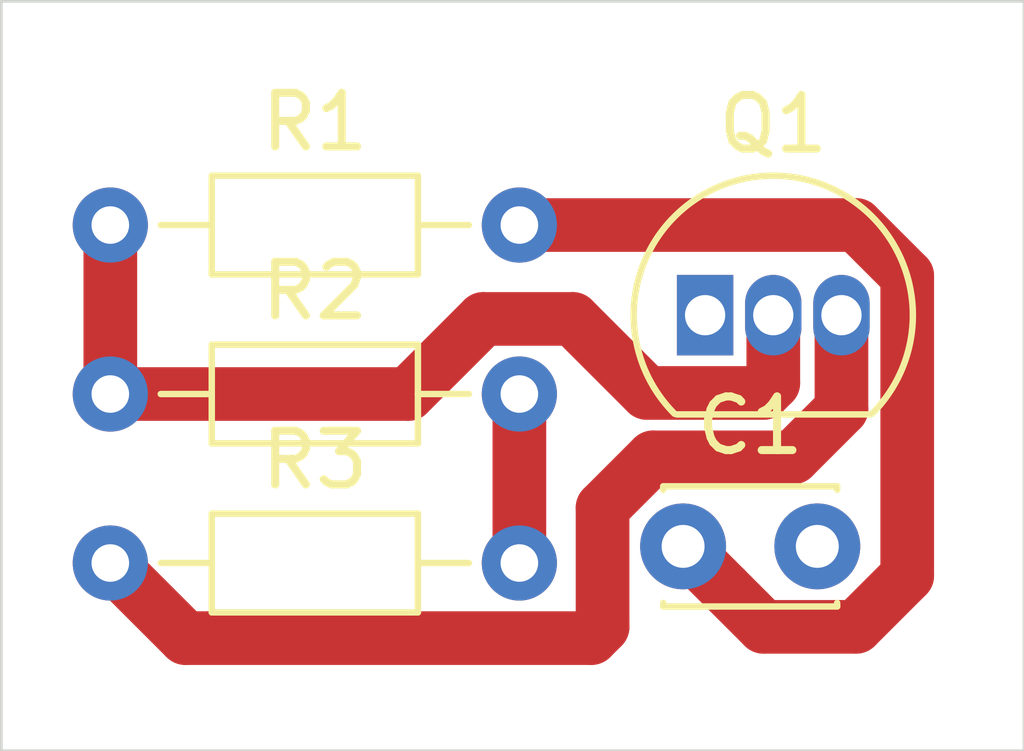
<source format=kicad_pcb>
(kicad_pcb (version 20171130) (host pcbnew "(5.1.2)-2")

  (general
    (thickness 1.6)
    (drawings 4)
    (tracks 24)
    (zones 0)
    (modules 5)
    (nets 7)
  )

  (page A4)
  (layers
    (0 F.Cu signal)
    (31 B.Cu signal)
    (32 B.Adhes user)
    (33 F.Adhes user)
    (34 B.Paste user)
    (35 F.Paste user)
    (36 B.SilkS user)
    (37 F.SilkS user)
    (38 B.Mask user)
    (39 F.Mask user)
    (40 Dwgs.User user)
    (41 Cmts.User user)
    (42 Eco1.User user)
    (43 Eco2.User user)
    (44 Edge.Cuts user)
    (45 Margin user)
    (46 B.CrtYd user)
    (47 F.CrtYd user)
    (48 B.Fab user)
    (49 F.Fab user)
  )

  (setup
    (last_trace_width 1)
    (user_trace_width 1)
    (trace_clearance 0.2)
    (zone_clearance 0.508)
    (zone_45_only no)
    (trace_min 0.2)
    (via_size 0.8)
    (via_drill 0.4)
    (via_min_size 0.4)
    (via_min_drill 0.3)
    (uvia_size 0.3)
    (uvia_drill 0.1)
    (uvias_allowed no)
    (uvia_min_size 0.2)
    (uvia_min_drill 0.1)
    (edge_width 0.05)
    (segment_width 0.2)
    (pcb_text_width 0.3)
    (pcb_text_size 1.5 1.5)
    (mod_edge_width 0.12)
    (mod_text_size 1 1)
    (mod_text_width 0.15)
    (pad_size 1.524 1.524)
    (pad_drill 0.762)
    (pad_to_mask_clearance 0.051)
    (solder_mask_min_width 0.25)
    (aux_axis_origin 0 0)
    (visible_elements FFFFFF7F)
    (pcbplotparams
      (layerselection 0x010fc_ffffffff)
      (usegerberextensions false)
      (usegerberattributes false)
      (usegerberadvancedattributes false)
      (creategerberjobfile false)
      (excludeedgelayer true)
      (linewidth 0.100000)
      (plotframeref false)
      (viasonmask false)
      (mode 1)
      (useauxorigin false)
      (hpglpennumber 1)
      (hpglpenspeed 20)
      (hpglpendiameter 15.000000)
      (psnegative false)
      (psa4output false)
      (plotreference true)
      (plotvalue true)
      (plotinvisibletext false)
      (padsonsilk false)
      (subtractmaskfromsilk false)
      (outputformat 1)
      (mirror false)
      (drillshape 1)
      (scaleselection 1)
      (outputdirectory ""))
  )

  (net 0 "")
  (net 1 "Net-(C1-Pad2)")
  (net 2 "Net-(C1-Pad1)")
  (net 3 VCC)
  (net 4 "Net-(Q1-Pad3)")
  (net 5 "Net-(Q1-Pad2)")
  (net 6 GND)

  (net_class Default "Esta é a classe de rede padrão."
    (clearance 0.2)
    (trace_width 0.25)
    (via_dia 0.8)
    (via_drill 0.4)
    (uvia_dia 0.3)
    (uvia_drill 0.1)
    (add_net GND)
    (add_net "Net-(C1-Pad1)")
    (add_net "Net-(C1-Pad2)")
    (add_net "Net-(Q1-Pad2)")
    (add_net "Net-(Q1-Pad3)")
    (add_net VCC)
  )

  (module Resistor_THT:R_Axial_DIN0204_L3.6mm_D1.6mm_P7.62mm_Horizontal (layer F.Cu) (tedit 5AE5139B) (tstamp 5D4E5AE1)
    (at 129.03 81.59)
    (descr "Resistor, Axial_DIN0204 series, Axial, Horizontal, pin pitch=7.62mm, 0.167W, length*diameter=3.6*1.6mm^2, http://cdn-reichelt.de/documents/datenblatt/B400/1_4W%23YAG.pdf")
    (tags "Resistor Axial_DIN0204 series Axial Horizontal pin pitch 7.62mm 0.167W length 3.6mm diameter 1.6mm")
    (path /5D4E33CC)
    (fp_text reference R3 (at 3.81 -1.92) (layer F.SilkS)
      (effects (font (size 1 1) (thickness 0.15)))
    )
    (fp_text value 10k (at 3.81 1.92) (layer F.Fab)
      (effects (font (size 1 1) (thickness 0.15)))
    )
    (fp_text user %R (at 3.81 0) (layer F.Fab)
      (effects (font (size 0.72 0.72) (thickness 0.108)))
    )
    (fp_line (start 8.57 -1.05) (end -0.95 -1.05) (layer F.CrtYd) (width 0.05))
    (fp_line (start 8.57 1.05) (end 8.57 -1.05) (layer F.CrtYd) (width 0.05))
    (fp_line (start -0.95 1.05) (end 8.57 1.05) (layer F.CrtYd) (width 0.05))
    (fp_line (start -0.95 -1.05) (end -0.95 1.05) (layer F.CrtYd) (width 0.05))
    (fp_line (start 6.68 0) (end 5.73 0) (layer F.SilkS) (width 0.12))
    (fp_line (start 0.94 0) (end 1.89 0) (layer F.SilkS) (width 0.12))
    (fp_line (start 5.73 -0.92) (end 1.89 -0.92) (layer F.SilkS) (width 0.12))
    (fp_line (start 5.73 0.92) (end 5.73 -0.92) (layer F.SilkS) (width 0.12))
    (fp_line (start 1.89 0.92) (end 5.73 0.92) (layer F.SilkS) (width 0.12))
    (fp_line (start 1.89 -0.92) (end 1.89 0.92) (layer F.SilkS) (width 0.12))
    (fp_line (start 7.62 0) (end 5.61 0) (layer F.Fab) (width 0.1))
    (fp_line (start 0 0) (end 2.01 0) (layer F.Fab) (width 0.1))
    (fp_line (start 5.61 -0.8) (end 2.01 -0.8) (layer F.Fab) (width 0.1))
    (fp_line (start 5.61 0.8) (end 5.61 -0.8) (layer F.Fab) (width 0.1))
    (fp_line (start 2.01 0.8) (end 5.61 0.8) (layer F.Fab) (width 0.1))
    (fp_line (start 2.01 -0.8) (end 2.01 0.8) (layer F.Fab) (width 0.1))
    (pad 2 thru_hole oval (at 7.62 0) (size 1.4 1.4) (drill 0.7) (layers *.Cu *.Mask)
      (net 6 GND))
    (pad 1 thru_hole circle (at 0 0) (size 1.4 1.4) (drill 0.7) (layers *.Cu *.Mask)
      (net 4 "Net-(Q1-Pad3)"))
    (model ${KISYS3DMOD}/Resistor_THT.3dshapes/R_Axial_DIN0204_L3.6mm_D1.6mm_P7.62mm_Horizontal.wrl
      (at (xyz 0 0 0))
      (scale (xyz 1 1 1))
      (rotate (xyz 0 0 0))
    )
  )

  (module Resistor_THT:R_Axial_DIN0204_L3.6mm_D1.6mm_P7.62mm_Horizontal (layer F.Cu) (tedit 5AE5139B) (tstamp 5D4E5ACA)
    (at 129.03 78.44)
    (descr "Resistor, Axial_DIN0204 series, Axial, Horizontal, pin pitch=7.62mm, 0.167W, length*diameter=3.6*1.6mm^2, http://cdn-reichelt.de/documents/datenblatt/B400/1_4W%23YAG.pdf")
    (tags "Resistor Axial_DIN0204 series Axial Horizontal pin pitch 7.62mm 0.167W length 3.6mm diameter 1.6mm")
    (path /5D4E299C)
    (fp_text reference R2 (at 3.81 -1.92) (layer F.SilkS)
      (effects (font (size 1 1) (thickness 0.15)))
    )
    (fp_text value 510k (at 3.81 1.92) (layer F.Fab)
      (effects (font (size 1 1) (thickness 0.15)))
    )
    (fp_text user %R (at 3.81 0) (layer F.Fab)
      (effects (font (size 0.72 0.72) (thickness 0.108)))
    )
    (fp_line (start 8.57 -1.05) (end -0.95 -1.05) (layer F.CrtYd) (width 0.05))
    (fp_line (start 8.57 1.05) (end 8.57 -1.05) (layer F.CrtYd) (width 0.05))
    (fp_line (start -0.95 1.05) (end 8.57 1.05) (layer F.CrtYd) (width 0.05))
    (fp_line (start -0.95 -1.05) (end -0.95 1.05) (layer F.CrtYd) (width 0.05))
    (fp_line (start 6.68 0) (end 5.73 0) (layer F.SilkS) (width 0.12))
    (fp_line (start 0.94 0) (end 1.89 0) (layer F.SilkS) (width 0.12))
    (fp_line (start 5.73 -0.92) (end 1.89 -0.92) (layer F.SilkS) (width 0.12))
    (fp_line (start 5.73 0.92) (end 5.73 -0.92) (layer F.SilkS) (width 0.12))
    (fp_line (start 1.89 0.92) (end 5.73 0.92) (layer F.SilkS) (width 0.12))
    (fp_line (start 1.89 -0.92) (end 1.89 0.92) (layer F.SilkS) (width 0.12))
    (fp_line (start 7.62 0) (end 5.61 0) (layer F.Fab) (width 0.1))
    (fp_line (start 0 0) (end 2.01 0) (layer F.Fab) (width 0.1))
    (fp_line (start 5.61 -0.8) (end 2.01 -0.8) (layer F.Fab) (width 0.1))
    (fp_line (start 5.61 0.8) (end 5.61 -0.8) (layer F.Fab) (width 0.1))
    (fp_line (start 2.01 0.8) (end 5.61 0.8) (layer F.Fab) (width 0.1))
    (fp_line (start 2.01 -0.8) (end 2.01 0.8) (layer F.Fab) (width 0.1))
    (pad 2 thru_hole oval (at 7.62 0) (size 1.4 1.4) (drill 0.7) (layers *.Cu *.Mask)
      (net 6 GND))
    (pad 1 thru_hole circle (at 0 0) (size 1.4 1.4) (drill 0.7) (layers *.Cu *.Mask)
      (net 5 "Net-(Q1-Pad2)"))
    (model ${KISYS3DMOD}/Resistor_THT.3dshapes/R_Axial_DIN0204_L3.6mm_D1.6mm_P7.62mm_Horizontal.wrl
      (at (xyz 0 0 0))
      (scale (xyz 1 1 1))
      (rotate (xyz 0 0 0))
    )
  )

  (module Resistor_THT:R_Axial_DIN0204_L3.6mm_D1.6mm_P7.62mm_Horizontal (layer F.Cu) (tedit 5AE5139B) (tstamp 5D4E5AB3)
    (at 129.03 75.29)
    (descr "Resistor, Axial_DIN0204 series, Axial, Horizontal, pin pitch=7.62mm, 0.167W, length*diameter=3.6*1.6mm^2, http://cdn-reichelt.de/documents/datenblatt/B400/1_4W%23YAG.pdf")
    (tags "Resistor Axial_DIN0204 series Axial Horizontal pin pitch 7.62mm 0.167W length 3.6mm diameter 1.6mm")
    (path /5D4DF85E)
    (fp_text reference R1 (at 3.81 -1.92) (layer F.SilkS)
      (effects (font (size 1 1) (thickness 0.15)))
    )
    (fp_text value 1k (at 3.81 1.92) (layer F.Fab)
      (effects (font (size 1 1) (thickness 0.15)))
    )
    (fp_text user %R (at 3.81 0) (layer F.Fab)
      (effects (font (size 0.72 0.72) (thickness 0.108)))
    )
    (fp_line (start 8.57 -1.05) (end -0.95 -1.05) (layer F.CrtYd) (width 0.05))
    (fp_line (start 8.57 1.05) (end 8.57 -1.05) (layer F.CrtYd) (width 0.05))
    (fp_line (start -0.95 1.05) (end 8.57 1.05) (layer F.CrtYd) (width 0.05))
    (fp_line (start -0.95 -1.05) (end -0.95 1.05) (layer F.CrtYd) (width 0.05))
    (fp_line (start 6.68 0) (end 5.73 0) (layer F.SilkS) (width 0.12))
    (fp_line (start 0.94 0) (end 1.89 0) (layer F.SilkS) (width 0.12))
    (fp_line (start 5.73 -0.92) (end 1.89 -0.92) (layer F.SilkS) (width 0.12))
    (fp_line (start 5.73 0.92) (end 5.73 -0.92) (layer F.SilkS) (width 0.12))
    (fp_line (start 1.89 0.92) (end 5.73 0.92) (layer F.SilkS) (width 0.12))
    (fp_line (start 1.89 -0.92) (end 1.89 0.92) (layer F.SilkS) (width 0.12))
    (fp_line (start 7.62 0) (end 5.61 0) (layer F.Fab) (width 0.1))
    (fp_line (start 0 0) (end 2.01 0) (layer F.Fab) (width 0.1))
    (fp_line (start 5.61 -0.8) (end 2.01 -0.8) (layer F.Fab) (width 0.1))
    (fp_line (start 5.61 0.8) (end 5.61 -0.8) (layer F.Fab) (width 0.1))
    (fp_line (start 2.01 0.8) (end 5.61 0.8) (layer F.Fab) (width 0.1))
    (fp_line (start 2.01 -0.8) (end 2.01 0.8) (layer F.Fab) (width 0.1))
    (pad 2 thru_hole oval (at 7.62 0) (size 1.4 1.4) (drill 0.7) (layers *.Cu *.Mask)
      (net 2 "Net-(C1-Pad1)"))
    (pad 1 thru_hole circle (at 0 0) (size 1.4 1.4) (drill 0.7) (layers *.Cu *.Mask)
      (net 5 "Net-(Q1-Pad2)"))
    (model ${KISYS3DMOD}/Resistor_THT.3dshapes/R_Axial_DIN0204_L3.6mm_D1.6mm_P7.62mm_Horizontal.wrl
      (at (xyz 0 0 0))
      (scale (xyz 1 1 1))
      (rotate (xyz 0 0 0))
    )
  )

  (module Package_TO_SOT_THT:TO-92_Inline (layer F.Cu) (tedit 5A1DD157) (tstamp 5D4E5A9C)
    (at 140.11 76.97)
    (descr "TO-92 leads in-line, narrow, oval pads, drill 0.75mm (see NXP sot054_po.pdf)")
    (tags "to-92 sc-43 sc-43a sot54 PA33 transistor")
    (path /5D4E4C53)
    (fp_text reference Q1 (at 1.27 -3.56) (layer F.SilkS)
      (effects (font (size 1 1) (thickness 0.15)))
    )
    (fp_text value BC548 (at 1.27 2.79) (layer F.Fab)
      (effects (font (size 1 1) (thickness 0.15)))
    )
    (fp_arc (start 1.27 0) (end 1.27 -2.6) (angle 135) (layer F.SilkS) (width 0.12))
    (fp_arc (start 1.27 0) (end 1.27 -2.48) (angle -135) (layer F.Fab) (width 0.1))
    (fp_arc (start 1.27 0) (end 1.27 -2.6) (angle -135) (layer F.SilkS) (width 0.12))
    (fp_arc (start 1.27 0) (end 1.27 -2.48) (angle 135) (layer F.Fab) (width 0.1))
    (fp_line (start 4 2.01) (end -1.46 2.01) (layer F.CrtYd) (width 0.05))
    (fp_line (start 4 2.01) (end 4 -2.73) (layer F.CrtYd) (width 0.05))
    (fp_line (start -1.46 -2.73) (end -1.46 2.01) (layer F.CrtYd) (width 0.05))
    (fp_line (start -1.46 -2.73) (end 4 -2.73) (layer F.CrtYd) (width 0.05))
    (fp_line (start -0.5 1.75) (end 3 1.75) (layer F.Fab) (width 0.1))
    (fp_line (start -0.53 1.85) (end 3.07 1.85) (layer F.SilkS) (width 0.12))
    (fp_text user %R (at 1.27 -3.56) (layer F.Fab)
      (effects (font (size 1 1) (thickness 0.15)))
    )
    (pad 1 thru_hole rect (at 0 0) (size 1.05 1.5) (drill 0.75) (layers *.Cu *.Mask)
      (net 3 VCC))
    (pad 3 thru_hole oval (at 2.54 0) (size 1.05 1.5) (drill 0.75) (layers *.Cu *.Mask)
      (net 4 "Net-(Q1-Pad3)"))
    (pad 2 thru_hole oval (at 1.27 0) (size 1.05 1.5) (drill 0.75) (layers *.Cu *.Mask)
      (net 5 "Net-(Q1-Pad2)"))
    (model ${KISYS3DMOD}/Package_TO_SOT_THT.3dshapes/TO-92_Inline.wrl
      (at (xyz 0 0 0))
      (scale (xyz 1 1 1))
      (rotate (xyz 0 0 0))
    )
  )

  (module Capacitor_THT:C_Disc_D3.0mm_W2.0mm_P2.50mm (layer F.Cu) (tedit 5AE50EF0) (tstamp 5D4E5A8A)
    (at 139.7 81.28)
    (descr "C, Disc series, Radial, pin pitch=2.50mm, , diameter*width=3*2mm^2, Capacitor")
    (tags "C Disc series Radial pin pitch 2.50mm  diameter 3mm width 2mm Capacitor")
    (path /5D4E4864)
    (fp_text reference C1 (at 1.25 -2.25) (layer F.SilkS)
      (effects (font (size 1 1) (thickness 0.15)))
    )
    (fp_text value 20nF (at 1.25 2.25) (layer F.Fab)
      (effects (font (size 1 1) (thickness 0.15)))
    )
    (fp_text user %R (at 1.25 0) (layer F.Fab)
      (effects (font (size 0.6 0.6) (thickness 0.09)))
    )
    (fp_line (start 3.55 -1.25) (end -1.05 -1.25) (layer F.CrtYd) (width 0.05))
    (fp_line (start 3.55 1.25) (end 3.55 -1.25) (layer F.CrtYd) (width 0.05))
    (fp_line (start -1.05 1.25) (end 3.55 1.25) (layer F.CrtYd) (width 0.05))
    (fp_line (start -1.05 -1.25) (end -1.05 1.25) (layer F.CrtYd) (width 0.05))
    (fp_line (start 2.87 1.055) (end 2.87 1.12) (layer F.SilkS) (width 0.12))
    (fp_line (start 2.87 -1.12) (end 2.87 -1.055) (layer F.SilkS) (width 0.12))
    (fp_line (start -0.37 1.055) (end -0.37 1.12) (layer F.SilkS) (width 0.12))
    (fp_line (start -0.37 -1.12) (end -0.37 -1.055) (layer F.SilkS) (width 0.12))
    (fp_line (start -0.37 1.12) (end 2.87 1.12) (layer F.SilkS) (width 0.12))
    (fp_line (start -0.37 -1.12) (end 2.87 -1.12) (layer F.SilkS) (width 0.12))
    (fp_line (start 2.75 -1) (end -0.25 -1) (layer F.Fab) (width 0.1))
    (fp_line (start 2.75 1) (end 2.75 -1) (layer F.Fab) (width 0.1))
    (fp_line (start -0.25 1) (end 2.75 1) (layer F.Fab) (width 0.1))
    (fp_line (start -0.25 -1) (end -0.25 1) (layer F.Fab) (width 0.1))
    (pad 2 thru_hole circle (at 2.5 0) (size 1.6 1.6) (drill 0.8) (layers *.Cu *.Mask)
      (net 1 "Net-(C1-Pad2)"))
    (pad 1 thru_hole circle (at 0 0) (size 1.6 1.6) (drill 0.8) (layers *.Cu *.Mask)
      (net 2 "Net-(C1-Pad1)"))
    (model ${KISYS3DMOD}/Capacitor_THT.3dshapes/C_Disc_D3.0mm_W2.0mm_P2.50mm.wrl
      (at (xyz 0 0 0))
      (scale (xyz 1 1 1))
      (rotate (xyz 0 0 0))
    )
  )

  (gr_line (start 127 85.09) (end 127 71.12) (layer Edge.Cuts) (width 0.05) (tstamp 5D4E5C17))
  (gr_line (start 146.05 85.09) (end 127 85.09) (layer Edge.Cuts) (width 0.05))
  (gr_line (start 146.05 71.12) (end 146.05 85.09) (layer Edge.Cuts) (width 0.05))
  (gr_line (start 127 71.12) (end 146.05 71.12) (layer Edge.Cuts) (width 0.05))

  (segment (start 141.200001 82.780001) (end 140.499999 82.079999) (width 1) (layer F.Cu) (net 2))
  (segment (start 142.920001 82.780001) (end 141.200001 82.780001) (width 1) (layer F.Cu) (net 2))
  (segment (start 143.87501 81.824992) (end 142.920001 82.780001) (width 1) (layer F.Cu) (net 2))
  (segment (start 140.499999 82.079999) (end 139.7 81.28) (width 1) (layer F.Cu) (net 2))
  (segment (start 143.87501 76.237585) (end 143.87501 81.824992) (width 1) (layer F.Cu) (net 2))
  (segment (start 142.927425 75.29) (end 143.87501 76.237585) (width 1) (layer F.Cu) (net 2))
  (segment (start 136.65 75.29) (end 142.927425 75.29) (width 1) (layer F.Cu) (net 2))
  (segment (start 142.65 78.72) (end 142.65 76.97) (width 1) (layer F.Cu) (net 4))
  (segment (start 141.749989 79.620011) (end 142.65 78.72) (width 1) (layer F.Cu) (net 4))
  (segment (start 139.139987 79.620011) (end 141.749989 79.620011) (width 1) (layer F.Cu) (net 4))
  (segment (start 138.199999 80.559999) (end 139.139987 79.620011) (width 1) (layer F.Cu) (net 4))
  (segment (start 138.199999 82.780001) (end 138.199999 80.559999) (width 1) (layer F.Cu) (net 4))
  (segment (start 137.989999 82.990001) (end 138.199999 82.780001) (width 1) (layer F.Cu) (net 4))
  (segment (start 130.430001 82.990001) (end 137.989999 82.990001) (width 1) (layer F.Cu) (net 4))
  (segment (start 129.03 81.59) (end 130.430001 82.990001) (width 1) (layer F.Cu) (net 4))
  (segment (start 129.03 75.29) (end 129.03 78.44) (width 1) (layer F.Cu) (net 5))
  (segment (start 141.38 78.235002) (end 141.38 76.97) (width 1) (layer F.Cu) (net 5))
  (segment (start 141.195001 78.420001) (end 141.38 78.235002) (width 1) (layer F.Cu) (net 5))
  (segment (start 139.024999 78.420001) (end 141.195001 78.420001) (width 1) (layer F.Cu) (net 5))
  (segment (start 137.644997 77.039999) (end 139.024999 78.420001) (width 1) (layer F.Cu) (net 5))
  (segment (start 135.977999 77.039999) (end 137.644997 77.039999) (width 1) (layer F.Cu) (net 5))
  (segment (start 134.577998 78.44) (end 135.977999 77.039999) (width 1) (layer F.Cu) (net 5))
  (segment (start 129.03 78.44) (end 134.577998 78.44) (width 1) (layer F.Cu) (net 5))
  (segment (start 136.65 81.59) (end 136.65 78.44) (width 1) (layer F.Cu) (net 6))

)

</source>
